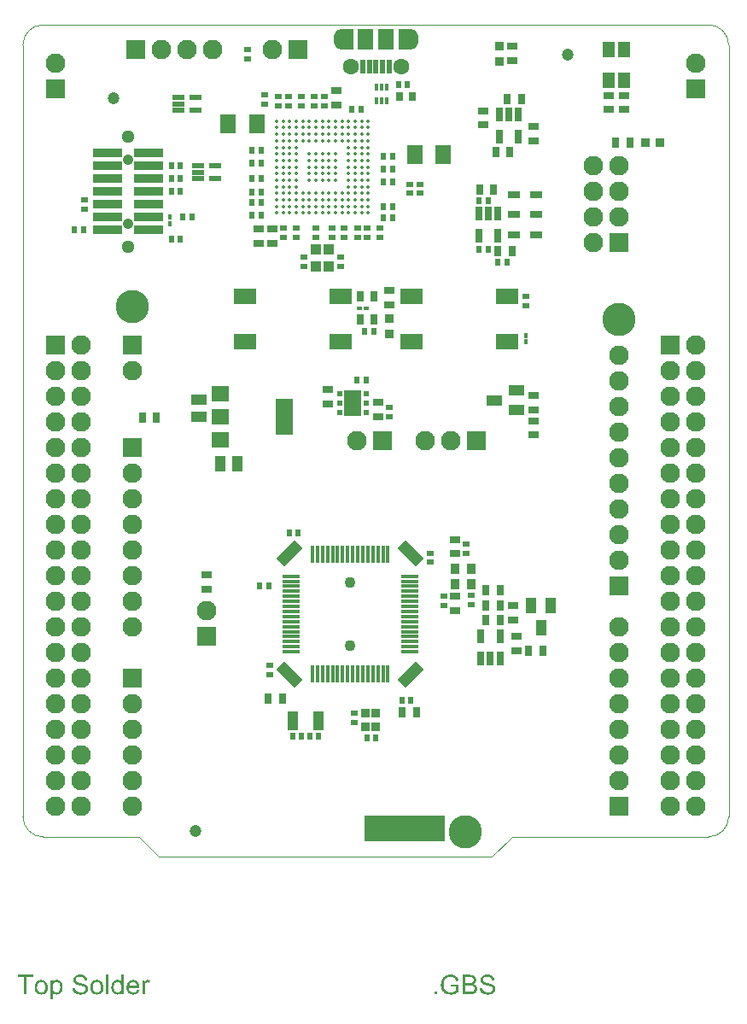
<source format=gts>
G04 Layer_Color=65535*
%FSLAX43Y43*%
%MOMM*%
G71*
G01*
G75*
%ADD66C,0.100*%
%ADD82R,8.000X2.500*%
%ADD83C,1.200*%
%ADD84R,1.100X0.740*%
%ADD85R,0.660X0.610*%
%ADD86R,1.300X0.500*%
%ADD87R,0.430X0.525*%
%ADD88R,0.525X0.430*%
%ADD89R,0.740X1.100*%
%ADD90R,0.740X0.990*%
%ADD91R,0.610X0.660*%
%ADD92R,0.990X0.740*%
%ADD93R,0.900X1.050*%
%ADD94R,0.900X0.900*%
%ADD95R,0.610X0.800*%
%ADD96R,1.500X1.000*%
%ADD97R,0.800X0.610*%
%ADD98R,1.160X0.640*%
%ADD99R,1.100X1.500*%
%ADD100R,1.500X1.880*%
%ADD101R,1.000X1.500*%
%ADD102R,2.890X0.840*%
%ADD103R,0.500X1.450*%
%ADD104R,1.600X2.000*%
%ADD105R,0.850X0.950*%
%ADD106R,1.100X1.900*%
%ADD107R,0.650X0.900*%
%ADD108R,0.350X0.700*%
%ADD109R,0.600X0.550*%
%ADD110R,1.800X2.600*%
%ADD111R,1.800X0.400*%
%ADD112R,0.400X1.800*%
G04:AMPARAMS|DCode=113|XSize=1.1mm|YSize=2.6mm|CornerRadius=0mm|HoleSize=0mm|Usage=FLASHONLY|Rotation=225.000|XOffset=0mm|YOffset=0mm|HoleType=Round|Shape=Rectangle|*
%AMROTATEDRECTD113*
4,1,4,-0.530,1.308,1.308,-0.530,0.530,-1.308,-1.308,0.530,-0.530,1.308,0.0*
%
%ADD113ROTATEDRECTD113*%

G04:AMPARAMS|DCode=114|XSize=1.1mm|YSize=2.6mm|CornerRadius=0mm|HoleSize=0mm|Usage=FLASHONLY|Rotation=135.000|XOffset=0mm|YOffset=0mm|HoleType=Round|Shape=Rectangle|*
%AMROTATEDRECTD114*
4,1,4,1.308,0.530,-0.530,-1.308,-1.308,-0.530,0.530,1.308,1.308,0.530,0.0*
%
%ADD114ROTATEDRECTD114*%

%ADD115R,0.700X1.400*%
%ADD116C,0.350*%
%ADD117R,0.900X0.900*%
%ADD118R,1.200X1.600*%
%ADD119R,1.500X1.100*%
%ADD120R,1.100X1.100*%
%ADD121R,1.750X1.600*%
%ADD122R,1.750X3.600*%
%ADD123R,2.260X1.620*%
%ADD124C,3.300*%
%ADD125C,1.950*%
%ADD126R,1.950X1.950*%
%ADD127R,1.950X1.950*%
%ADD128C,1.290*%
%ADD129C,1.070*%
%ADD130C,1.600*%
%ADD131O,1.300X2.000*%
%ADD132C,1.100*%
G36*
X42466Y-11655D02*
X42488D01*
X42541Y-11661D01*
X42599Y-11669D01*
X42660Y-11683D01*
X42727Y-11700D01*
X42790Y-11722D01*
X42793D01*
X42799Y-11725D01*
X42807Y-11727D01*
X42818Y-11733D01*
X42849Y-11750D01*
X42888Y-11769D01*
X42929Y-11797D01*
X42974Y-11830D01*
X43015Y-11866D01*
X43054Y-11911D01*
X43060Y-11916D01*
X43071Y-11933D01*
X43088Y-11958D01*
X43110Y-11994D01*
X43132Y-12038D01*
X43157Y-12094D01*
X43182Y-12155D01*
X43201Y-12224D01*
X42971Y-12286D01*
Y-12283D01*
X42968Y-12280D01*
X42965Y-12272D01*
X42963Y-12261D01*
X42954Y-12236D01*
X42943Y-12202D01*
X42926Y-12163D01*
X42907Y-12127D01*
X42888Y-12088D01*
X42863Y-12055D01*
X42860Y-12052D01*
X42852Y-12041D01*
X42835Y-12027D01*
X42815Y-12008D01*
X42790Y-11986D01*
X42757Y-11963D01*
X42721Y-11941D01*
X42679Y-11922D01*
X42674Y-11919D01*
X42660Y-11914D01*
X42635Y-11905D01*
X42602Y-11894D01*
X42563Y-11886D01*
X42518Y-11877D01*
X42468Y-11872D01*
X42416Y-11869D01*
X42385D01*
X42371Y-11872D01*
X42355D01*
X42313Y-11875D01*
X42266Y-11883D01*
X42213Y-11891D01*
X42163Y-11905D01*
X42113Y-11925D01*
X42107Y-11927D01*
X42091Y-11933D01*
X42069Y-11947D01*
X42041Y-11961D01*
X42008Y-11983D01*
X41971Y-12005D01*
X41938Y-12033D01*
X41908Y-12063D01*
X41905Y-12066D01*
X41894Y-12077D01*
X41880Y-12097D01*
X41863Y-12119D01*
X41844Y-12147D01*
X41824Y-12180D01*
X41805Y-12216D01*
X41785Y-12255D01*
Y-12258D01*
X41783Y-12263D01*
X41780Y-12272D01*
X41774Y-12286D01*
X41769Y-12302D01*
X41763Y-12322D01*
X41755Y-12344D01*
X41749Y-12369D01*
X41735Y-12427D01*
X41724Y-12494D01*
X41716Y-12563D01*
X41713Y-12641D01*
Y-12644D01*
Y-12652D01*
Y-12666D01*
X41716Y-12683D01*
Y-12705D01*
X41719Y-12732D01*
X41722Y-12760D01*
X41724Y-12791D01*
X41735Y-12860D01*
X41749Y-12932D01*
X41772Y-13005D01*
X41799Y-13074D01*
Y-13077D01*
X41805Y-13082D01*
X41808Y-13091D01*
X41816Y-13102D01*
X41835Y-13132D01*
X41866Y-13171D01*
X41902Y-13213D01*
X41946Y-13254D01*
X41999Y-13293D01*
X42058Y-13329D01*
X42060D01*
X42066Y-13332D01*
X42074Y-13338D01*
X42088Y-13343D01*
X42102Y-13349D01*
X42121Y-13354D01*
X42166Y-13371D01*
X42221Y-13385D01*
X42282Y-13399D01*
X42349Y-13410D01*
X42418Y-13413D01*
X42446D01*
X42463Y-13410D01*
X42480D01*
X42521Y-13404D01*
X42571Y-13399D01*
X42624Y-13388D01*
X42682Y-13371D01*
X42740Y-13352D01*
X42743D01*
X42749Y-13349D01*
X42754Y-13346D01*
X42765Y-13340D01*
X42796Y-13327D01*
X42829Y-13310D01*
X42868Y-13291D01*
X42910Y-13268D01*
X42949Y-13243D01*
X42982Y-13216D01*
Y-12855D01*
X42416D01*
Y-12627D01*
X43232D01*
Y-13340D01*
X43229Y-13343D01*
X43224Y-13346D01*
X43212Y-13354D01*
X43199Y-13365D01*
X43182Y-13377D01*
X43162Y-13390D01*
X43137Y-13407D01*
X43112Y-13424D01*
X43054Y-13460D01*
X42988Y-13499D01*
X42918Y-13535D01*
X42843Y-13565D01*
X42840D01*
X42835Y-13568D01*
X42824Y-13571D01*
X42810Y-13576D01*
X42790Y-13582D01*
X42768Y-13590D01*
X42743Y-13596D01*
X42718Y-13601D01*
X42657Y-13615D01*
X42588Y-13629D01*
X42513Y-13638D01*
X42435Y-13640D01*
X42407D01*
X42388Y-13638D01*
X42363D01*
X42332Y-13635D01*
X42299Y-13629D01*
X42263Y-13626D01*
X42182Y-13610D01*
X42096Y-13590D01*
X42008Y-13560D01*
X41963Y-13543D01*
X41919Y-13521D01*
X41916Y-13518D01*
X41908Y-13515D01*
X41896Y-13507D01*
X41880Y-13499D01*
X41860Y-13485D01*
X41841Y-13471D01*
X41788Y-13432D01*
X41733Y-13382D01*
X41674Y-13321D01*
X41619Y-13252D01*
X41569Y-13171D01*
Y-13168D01*
X41563Y-13160D01*
X41558Y-13149D01*
X41549Y-13129D01*
X41541Y-13110D01*
X41533Y-13082D01*
X41522Y-13055D01*
X41511Y-13021D01*
X41500Y-12985D01*
X41488Y-12943D01*
X41480Y-12902D01*
X41472Y-12857D01*
X41458Y-12760D01*
X41452Y-12658D01*
Y-12655D01*
Y-12644D01*
Y-12630D01*
X41455Y-12610D01*
Y-12585D01*
X41458Y-12555D01*
X41463Y-12524D01*
X41466Y-12488D01*
X41475Y-12449D01*
X41480Y-12408D01*
X41502Y-12319D01*
X41530Y-12227D01*
X41569Y-12136D01*
X41572Y-12133D01*
X41574Y-12125D01*
X41580Y-12113D01*
X41591Y-12097D01*
X41602Y-12075D01*
X41616Y-12052D01*
X41655Y-12000D01*
X41702Y-11938D01*
X41760Y-11880D01*
X41827Y-11822D01*
X41866Y-11797D01*
X41905Y-11772D01*
X41908Y-11769D01*
X41916Y-11766D01*
X41927Y-11761D01*
X41944Y-11752D01*
X41966Y-11744D01*
X41991Y-11733D01*
X42019Y-11722D01*
X42052Y-11711D01*
X42088Y-11700D01*
X42127Y-11691D01*
X42169Y-11680D01*
X42213Y-11672D01*
X42310Y-11658D01*
X42360Y-11653D01*
X42449D01*
X42466Y-11655D01*
D02*
G37*
G36*
X1860Y-12186D02*
X1885Y-12188D01*
X1912Y-12194D01*
X1943Y-12199D01*
X1979Y-12205D01*
X2054Y-12230D01*
X2093Y-12244D01*
X2132Y-12263D01*
X2171Y-12283D01*
X2209Y-12311D01*
X2245Y-12338D01*
X2282Y-12372D01*
X2284Y-12374D01*
X2290Y-12380D01*
X2298Y-12391D01*
X2309Y-12405D01*
X2323Y-12424D01*
X2340Y-12449D01*
X2356Y-12477D01*
X2373Y-12508D01*
X2390Y-12541D01*
X2406Y-12583D01*
X2423Y-12624D01*
X2437Y-12671D01*
X2448Y-12721D01*
X2456Y-12774D01*
X2462Y-12830D01*
X2465Y-12891D01*
Y-12894D01*
Y-12902D01*
Y-12916D01*
Y-12935D01*
X2462Y-12957D01*
X2459Y-12985D01*
Y-13013D01*
X2454Y-13043D01*
X2445Y-13113D01*
X2429Y-13182D01*
X2409Y-13252D01*
X2381Y-13316D01*
Y-13318D01*
X2379Y-13321D01*
X2373Y-13329D01*
X2368Y-13340D01*
X2348Y-13368D01*
X2323Y-13402D01*
X2290Y-13440D01*
X2248Y-13479D01*
X2201Y-13518D01*
X2146Y-13554D01*
X2143D01*
X2140Y-13557D01*
X2132Y-13563D01*
X2118Y-13568D01*
X2104Y-13574D01*
X2087Y-13579D01*
X2046Y-13596D01*
X1998Y-13610D01*
X1940Y-13624D01*
X1879Y-13635D01*
X1812Y-13638D01*
X1785D01*
X1762Y-13635D01*
X1737Y-13632D01*
X1710Y-13626D01*
X1676Y-13621D01*
X1643Y-13615D01*
X1568Y-13593D01*
X1526Y-13576D01*
X1488Y-13560D01*
X1449Y-13538D01*
X1410Y-13513D01*
X1374Y-13485D01*
X1338Y-13452D01*
X1335Y-13449D01*
X1329Y-13443D01*
X1321Y-13432D01*
X1310Y-13415D01*
X1296Y-13396D01*
X1282Y-13374D01*
X1265Y-13346D01*
X1249Y-13313D01*
X1232Y-13277D01*
X1215Y-13235D01*
X1202Y-13191D01*
X1188Y-13143D01*
X1177Y-13091D01*
X1168Y-13035D01*
X1163Y-12974D01*
X1160Y-12910D01*
Y-12905D01*
Y-12894D01*
X1163Y-12874D01*
Y-12846D01*
X1166Y-12816D01*
X1171Y-12777D01*
X1177Y-12738D01*
X1188Y-12694D01*
X1199Y-12649D01*
X1213Y-12602D01*
X1229Y-12552D01*
X1252Y-12505D01*
X1274Y-12460D01*
X1304Y-12416D01*
X1335Y-12374D01*
X1374Y-12338D01*
X1377Y-12335D01*
X1382Y-12333D01*
X1393Y-12324D01*
X1407Y-12313D01*
X1424Y-12302D01*
X1446Y-12288D01*
X1468Y-12274D01*
X1496Y-12261D01*
X1526Y-12247D01*
X1560Y-12233D01*
X1635Y-12208D01*
X1721Y-12188D01*
X1765Y-12186D01*
X1812Y-12183D01*
X1840D01*
X1860Y-12186D01*
D02*
G37*
G36*
X46114Y-11655D02*
X46133D01*
X46186Y-11661D01*
X46244Y-11669D01*
X46305Y-11683D01*
X46372Y-11700D01*
X46433Y-11722D01*
X46436D01*
X46441Y-11725D01*
X46450Y-11730D01*
X46461Y-11736D01*
X46488Y-11750D01*
X46524Y-11775D01*
X46566Y-11802D01*
X46608Y-11839D01*
X46647Y-11880D01*
X46683Y-11927D01*
Y-11930D01*
X46685Y-11933D01*
X46691Y-11941D01*
X46697Y-11950D01*
X46710Y-11977D01*
X46727Y-12013D01*
X46747Y-12058D01*
X46760Y-12111D01*
X46774Y-12166D01*
X46780Y-12227D01*
X46536Y-12247D01*
Y-12244D01*
Y-12238D01*
X46533Y-12230D01*
X46530Y-12216D01*
X46522Y-12186D01*
X46511Y-12144D01*
X46494Y-12100D01*
X46469Y-12055D01*
X46438Y-12013D01*
X46400Y-11975D01*
X46394Y-11972D01*
X46380Y-11961D01*
X46352Y-11944D01*
X46316Y-11927D01*
X46269Y-11911D01*
X46214Y-11894D01*
X46144Y-11883D01*
X46066Y-11880D01*
X46028D01*
X46011Y-11883D01*
X45989Y-11886D01*
X45939Y-11891D01*
X45883Y-11902D01*
X45828Y-11916D01*
X45775Y-11938D01*
X45753Y-11952D01*
X45730Y-11966D01*
X45725Y-11969D01*
X45714Y-11980D01*
X45697Y-12000D01*
X45680Y-12022D01*
X45661Y-12052D01*
X45644Y-12086D01*
X45633Y-12125D01*
X45628Y-12169D01*
Y-12174D01*
Y-12186D01*
X45631Y-12205D01*
X45636Y-12227D01*
X45644Y-12255D01*
X45658Y-12283D01*
X45675Y-12311D01*
X45700Y-12338D01*
X45703Y-12341D01*
X45717Y-12349D01*
X45728Y-12358D01*
X45739Y-12363D01*
X45755Y-12372D01*
X45775Y-12383D01*
X45800Y-12391D01*
X45828Y-12402D01*
X45858Y-12413D01*
X45894Y-12427D01*
X45933Y-12438D01*
X45978Y-12452D01*
X46028Y-12463D01*
X46083Y-12477D01*
X46086D01*
X46097Y-12480D01*
X46114Y-12483D01*
X46133Y-12488D01*
X46158Y-12494D01*
X46189Y-12502D01*
X46219Y-12510D01*
X46252Y-12519D01*
X46325Y-12538D01*
X46394Y-12558D01*
X46427Y-12569D01*
X46458Y-12580D01*
X46486Y-12588D01*
X46508Y-12599D01*
X46511D01*
X46516Y-12602D01*
X46524Y-12608D01*
X46536Y-12613D01*
X46566Y-12630D01*
X46602Y-12652D01*
X46644Y-12683D01*
X46685Y-12716D01*
X46724Y-12755D01*
X46758Y-12796D01*
X46760Y-12802D01*
X46772Y-12816D01*
X46783Y-12841D01*
X46799Y-12874D01*
X46813Y-12913D01*
X46827Y-12960D01*
X46835Y-13013D01*
X46838Y-13068D01*
Y-13071D01*
Y-13074D01*
Y-13082D01*
Y-13093D01*
X46833Y-13124D01*
X46827Y-13163D01*
X46816Y-13207D01*
X46802Y-13254D01*
X46780Y-13304D01*
X46749Y-13357D01*
Y-13360D01*
X46747Y-13363D01*
X46733Y-13379D01*
X46713Y-13404D01*
X46685Y-13432D01*
X46649Y-13465D01*
X46605Y-13502D01*
X46555Y-13535D01*
X46497Y-13565D01*
X46494D01*
X46488Y-13568D01*
X46480Y-13571D01*
X46469Y-13576D01*
X46452Y-13582D01*
X46433Y-13590D01*
X46388Y-13601D01*
X46336Y-13615D01*
X46272Y-13629D01*
X46202Y-13638D01*
X46127Y-13640D01*
X46083D01*
X46061Y-13638D01*
X46036D01*
X46008Y-13635D01*
X45975Y-13632D01*
X45905Y-13621D01*
X45833Y-13610D01*
X45761Y-13590D01*
X45692Y-13565D01*
X45689D01*
X45683Y-13563D01*
X45675Y-13557D01*
X45664Y-13551D01*
X45631Y-13535D01*
X45592Y-13510D01*
X45547Y-13477D01*
X45500Y-13438D01*
X45456Y-13390D01*
X45414Y-13338D01*
Y-13335D01*
X45408Y-13329D01*
X45406Y-13321D01*
X45397Y-13310D01*
X45392Y-13296D01*
X45383Y-13279D01*
X45364Y-13238D01*
X45345Y-13185D01*
X45328Y-13127D01*
X45317Y-13060D01*
X45311Y-12991D01*
X45550Y-12968D01*
Y-12971D01*
Y-12974D01*
X45553Y-12982D01*
Y-12993D01*
X45558Y-13018D01*
X45567Y-13055D01*
X45578Y-13091D01*
X45589Y-13132D01*
X45608Y-13171D01*
X45628Y-13207D01*
X45631Y-13210D01*
X45639Y-13221D01*
X45653Y-13241D01*
X45675Y-13260D01*
X45703Y-13285D01*
X45733Y-13310D01*
X45775Y-13335D01*
X45819Y-13357D01*
X45822D01*
X45825Y-13360D01*
X45833Y-13363D01*
X45842Y-13365D01*
X45869Y-13374D01*
X45905Y-13385D01*
X45950Y-13396D01*
X46000Y-13404D01*
X46055Y-13410D01*
X46116Y-13413D01*
X46141D01*
X46169Y-13410D01*
X46202Y-13407D01*
X46241Y-13402D01*
X46286Y-13396D01*
X46330Y-13385D01*
X46372Y-13371D01*
X46377Y-13368D01*
X46391Y-13363D01*
X46411Y-13352D01*
X46436Y-13340D01*
X46461Y-13321D01*
X46488Y-13302D01*
X46516Y-13279D01*
X46538Y-13252D01*
X46541Y-13249D01*
X46547Y-13238D01*
X46555Y-13224D01*
X46566Y-13202D01*
X46577Y-13179D01*
X46586Y-13152D01*
X46591Y-13121D01*
X46594Y-13088D01*
Y-13085D01*
Y-13071D01*
X46591Y-13055D01*
X46588Y-13032D01*
X46580Y-13010D01*
X46572Y-12982D01*
X46558Y-12955D01*
X46538Y-12930D01*
X46536Y-12927D01*
X46527Y-12918D01*
X46516Y-12907D01*
X46497Y-12891D01*
X46474Y-12874D01*
X46444Y-12855D01*
X46408Y-12835D01*
X46366Y-12819D01*
X46363Y-12816D01*
X46350Y-12813D01*
X46327Y-12805D01*
X46313Y-12802D01*
X46294Y-12796D01*
X46275Y-12788D01*
X46250Y-12782D01*
X46222Y-12774D01*
X46189Y-12766D01*
X46155Y-12757D01*
X46116Y-12746D01*
X46072Y-12735D01*
X46025Y-12724D01*
X46022D01*
X46014Y-12721D01*
X46000Y-12719D01*
X45983Y-12713D01*
X45961Y-12708D01*
X45936Y-12702D01*
X45880Y-12685D01*
X45819Y-12666D01*
X45755Y-12646D01*
X45700Y-12627D01*
X45675Y-12616D01*
X45653Y-12605D01*
X45650D01*
X45647Y-12602D01*
X45631Y-12591D01*
X45606Y-12577D01*
X45578Y-12555D01*
X45544Y-12530D01*
X45511Y-12499D01*
X45478Y-12463D01*
X45450Y-12424D01*
X45447Y-12419D01*
X45439Y-12405D01*
X45428Y-12383D01*
X45417Y-12355D01*
X45406Y-12319D01*
X45395Y-12277D01*
X45386Y-12233D01*
X45383Y-12186D01*
Y-12183D01*
Y-12180D01*
Y-12172D01*
Y-12161D01*
X45389Y-12133D01*
X45395Y-12097D01*
X45403Y-12055D01*
X45417Y-12008D01*
X45436Y-11961D01*
X45464Y-11914D01*
Y-11911D01*
X45467Y-11908D01*
X45481Y-11891D01*
X45500Y-11869D01*
X45525Y-11841D01*
X45558Y-11811D01*
X45600Y-11777D01*
X45650Y-11747D01*
X45705Y-11719D01*
X45708D01*
X45714Y-11716D01*
X45722Y-11714D01*
X45733Y-11708D01*
X45747Y-11703D01*
X45767Y-11697D01*
X45808Y-11686D01*
X45861Y-11675D01*
X45922Y-11664D01*
X45986Y-11655D01*
X46058Y-11653D01*
X46094D01*
X46114Y-11655D01*
D02*
G37*
G36*
X8498Y-13607D02*
X8262D01*
Y-11686D01*
X8498D01*
Y-13607D01*
D02*
G37*
G36*
X7384Y-12186D02*
X7409Y-12188D01*
X7437Y-12194D01*
X7468Y-12199D01*
X7504Y-12205D01*
X7579Y-12230D01*
X7617Y-12244D01*
X7656Y-12263D01*
X7695Y-12283D01*
X7734Y-12311D01*
X7770Y-12338D01*
X7806Y-12372D01*
X7809Y-12374D01*
X7815Y-12380D01*
X7823Y-12391D01*
X7834Y-12405D01*
X7848Y-12424D01*
X7865Y-12449D01*
X7881Y-12477D01*
X7898Y-12508D01*
X7915Y-12541D01*
X7931Y-12583D01*
X7948Y-12624D01*
X7962Y-12671D01*
X7973Y-12721D01*
X7981Y-12774D01*
X7987Y-12830D01*
X7989Y-12891D01*
Y-12894D01*
Y-12902D01*
Y-12916D01*
Y-12935D01*
X7987Y-12957D01*
X7984Y-12985D01*
Y-13013D01*
X7978Y-13043D01*
X7970Y-13113D01*
X7953Y-13182D01*
X7934Y-13252D01*
X7906Y-13316D01*
Y-13318D01*
X7903Y-13321D01*
X7898Y-13329D01*
X7892Y-13340D01*
X7873Y-13368D01*
X7848Y-13402D01*
X7815Y-13440D01*
X7773Y-13479D01*
X7726Y-13518D01*
X7670Y-13554D01*
X7667D01*
X7665Y-13557D01*
X7656Y-13563D01*
X7642Y-13568D01*
X7629Y-13574D01*
X7612Y-13579D01*
X7570Y-13596D01*
X7523Y-13610D01*
X7465Y-13624D01*
X7404Y-13635D01*
X7337Y-13638D01*
X7309D01*
X7287Y-13635D01*
X7262Y-13632D01*
X7234Y-13626D01*
X7201Y-13621D01*
X7168Y-13615D01*
X7093Y-13593D01*
X7051Y-13576D01*
X7012Y-13560D01*
X6973Y-13538D01*
X6934Y-13513D01*
X6898Y-13485D01*
X6862Y-13452D01*
X6860Y-13449D01*
X6854Y-13443D01*
X6846Y-13432D01*
X6835Y-13415D01*
X6821Y-13396D01*
X6807Y-13374D01*
X6790Y-13346D01*
X6773Y-13313D01*
X6757Y-13277D01*
X6740Y-13235D01*
X6726Y-13191D01*
X6712Y-13143D01*
X6701Y-13091D01*
X6693Y-13035D01*
X6687Y-12974D01*
X6685Y-12910D01*
Y-12905D01*
Y-12894D01*
X6687Y-12874D01*
Y-12846D01*
X6690Y-12816D01*
X6696Y-12777D01*
X6701Y-12738D01*
X6712Y-12694D01*
X6723Y-12649D01*
X6737Y-12602D01*
X6754Y-12552D01*
X6776Y-12505D01*
X6798Y-12460D01*
X6829Y-12416D01*
X6860Y-12374D01*
X6898Y-12338D01*
X6901Y-12335D01*
X6907Y-12333D01*
X6918Y-12324D01*
X6932Y-12313D01*
X6948Y-12302D01*
X6971Y-12288D01*
X6993Y-12274D01*
X7021Y-12261D01*
X7051Y-12247D01*
X7084Y-12233D01*
X7159Y-12208D01*
X7245Y-12188D01*
X7290Y-12186D01*
X7337Y-12183D01*
X7365D01*
X7384Y-12186D01*
D02*
G37*
G36*
X10974D02*
X10996Y-12188D01*
X11024Y-12194D01*
X11054Y-12199D01*
X11090Y-12208D01*
X11124Y-12216D01*
X11163Y-12230D01*
X11199Y-12244D01*
X11238Y-12263D01*
X11276Y-12286D01*
X11315Y-12311D01*
X11351Y-12341D01*
X11385Y-12374D01*
X11388Y-12377D01*
X11393Y-12383D01*
X11401Y-12394D01*
X11413Y-12410D01*
X11426Y-12430D01*
X11440Y-12452D01*
X11457Y-12480D01*
X11474Y-12513D01*
X11490Y-12549D01*
X11507Y-12588D01*
X11521Y-12633D01*
X11535Y-12680D01*
X11546Y-12732D01*
X11554Y-12788D01*
X11560Y-12846D01*
X11562Y-12910D01*
Y-12913D01*
Y-12924D01*
Y-12943D01*
X11560Y-12971D01*
X10519D01*
Y-12974D01*
Y-12982D01*
X10521Y-12993D01*
Y-13010D01*
X10524Y-13030D01*
X10530Y-13052D01*
X10538Y-13102D01*
X10555Y-13157D01*
X10577Y-13218D01*
X10607Y-13274D01*
X10646Y-13324D01*
X10649D01*
X10652Y-13329D01*
X10669Y-13343D01*
X10693Y-13363D01*
X10727Y-13382D01*
X10771Y-13404D01*
X10821Y-13424D01*
X10877Y-13438D01*
X10907Y-13440D01*
X10941Y-13443D01*
X10963D01*
X10988Y-13440D01*
X11018Y-13435D01*
X11052Y-13427D01*
X11090Y-13415D01*
X11127Y-13399D01*
X11163Y-13377D01*
X11165Y-13374D01*
X11179Y-13363D01*
X11196Y-13346D01*
X11215Y-13324D01*
X11238Y-13293D01*
X11263Y-13254D01*
X11288Y-13210D01*
X11310Y-13157D01*
X11554Y-13188D01*
Y-13191D01*
X11551Y-13196D01*
X11549Y-13207D01*
X11543Y-13224D01*
X11535Y-13241D01*
X11526Y-13263D01*
X11504Y-13310D01*
X11476Y-13363D01*
X11438Y-13418D01*
X11393Y-13471D01*
X11338Y-13521D01*
X11335D01*
X11329Y-13526D01*
X11321Y-13532D01*
X11310Y-13540D01*
X11293Y-13549D01*
X11276Y-13557D01*
X11254Y-13568D01*
X11229Y-13579D01*
X11202Y-13590D01*
X11174Y-13601D01*
X11104Y-13618D01*
X11027Y-13632D01*
X10941Y-13638D01*
X10910D01*
X10891Y-13635D01*
X10866Y-13632D01*
X10835Y-13626D01*
X10802Y-13621D01*
X10766Y-13615D01*
X10688Y-13593D01*
X10646Y-13576D01*
X10607Y-13560D01*
X10566Y-13538D01*
X10527Y-13513D01*
X10491Y-13485D01*
X10455Y-13452D01*
X10452Y-13449D01*
X10446Y-13443D01*
X10438Y-13432D01*
X10427Y-13415D01*
X10413Y-13396D01*
X10399Y-13374D01*
X10383Y-13346D01*
X10366Y-13316D01*
X10349Y-13279D01*
X10333Y-13241D01*
X10319Y-13196D01*
X10305Y-13149D01*
X10294Y-13099D01*
X10285Y-13043D01*
X10280Y-12985D01*
X10277Y-12924D01*
Y-12921D01*
Y-12907D01*
Y-12891D01*
X10280Y-12866D01*
X10283Y-12835D01*
X10285Y-12802D01*
X10291Y-12763D01*
X10299Y-12724D01*
X10321Y-12635D01*
X10335Y-12591D01*
X10352Y-12544D01*
X10374Y-12499D01*
X10399Y-12458D01*
X10427Y-12416D01*
X10458Y-12377D01*
X10460Y-12374D01*
X10466Y-12369D01*
X10477Y-12360D01*
X10491Y-12347D01*
X10507Y-12333D01*
X10530Y-12316D01*
X10555Y-12297D01*
X10585Y-12280D01*
X10616Y-12261D01*
X10652Y-12244D01*
X10691Y-12227D01*
X10732Y-12213D01*
X10777Y-12199D01*
X10824Y-12191D01*
X10874Y-12186D01*
X10927Y-12183D01*
X10954D01*
X10974Y-12186D01*
D02*
G37*
G36*
X1016Y-11914D02*
X383D01*
Y-13607D01*
X127D01*
Y-11914D01*
X-506D01*
Y-11686D01*
X1016D01*
Y-11914D01*
D02*
G37*
G36*
X44370Y-11689D02*
X44392D01*
X44442Y-11694D01*
X44498Y-11700D01*
X44556Y-11711D01*
X44614Y-11725D01*
X44667Y-11744D01*
X44670D01*
X44673Y-11747D01*
X44689Y-11755D01*
X44714Y-11769D01*
X44742Y-11789D01*
X44775Y-11814D01*
X44812Y-11844D01*
X44845Y-11883D01*
X44875Y-11925D01*
X44878Y-11930D01*
X44886Y-11947D01*
X44900Y-11969D01*
X44914Y-12002D01*
X44928Y-12041D01*
X44942Y-12083D01*
X44950Y-12130D01*
X44953Y-12177D01*
Y-12183D01*
Y-12197D01*
X44950Y-12222D01*
X44945Y-12252D01*
X44936Y-12288D01*
X44923Y-12327D01*
X44906Y-12366D01*
X44884Y-12408D01*
X44881Y-12413D01*
X44873Y-12424D01*
X44856Y-12447D01*
X44834Y-12469D01*
X44806Y-12497D01*
X44773Y-12527D01*
X44731Y-12555D01*
X44684Y-12583D01*
X44687D01*
X44692Y-12585D01*
X44700Y-12588D01*
X44712Y-12594D01*
X44745Y-12605D01*
X44784Y-12624D01*
X44825Y-12649D01*
X44873Y-12680D01*
X44914Y-12716D01*
X44953Y-12760D01*
X44956Y-12766D01*
X44967Y-12782D01*
X44984Y-12807D01*
X45000Y-12841D01*
X45017Y-12885D01*
X45034Y-12932D01*
X45045Y-12988D01*
X45048Y-13049D01*
Y-13052D01*
Y-13055D01*
Y-13071D01*
X45045Y-13099D01*
X45039Y-13132D01*
X45034Y-13171D01*
X45023Y-13213D01*
X45009Y-13257D01*
X44989Y-13302D01*
X44986Y-13307D01*
X44978Y-13321D01*
X44967Y-13340D01*
X44950Y-13368D01*
X44928Y-13396D01*
X44906Y-13427D01*
X44878Y-13457D01*
X44848Y-13482D01*
X44845Y-13485D01*
X44834Y-13493D01*
X44814Y-13504D01*
X44789Y-13515D01*
X44759Y-13532D01*
X44723Y-13549D01*
X44684Y-13563D01*
X44637Y-13576D01*
X44631D01*
X44614Y-13582D01*
X44587Y-13585D01*
X44551Y-13590D01*
X44506Y-13596D01*
X44453Y-13601D01*
X44395Y-13604D01*
X44328Y-13607D01*
X43596D01*
Y-11686D01*
X44351D01*
X44370Y-11689D01*
D02*
G37*
G36*
X5730Y-11655D02*
X5749D01*
X5802Y-11661D01*
X5860Y-11669D01*
X5921Y-11683D01*
X5988Y-11700D01*
X6049Y-11722D01*
X6052D01*
X6057Y-11725D01*
X6066Y-11730D01*
X6077Y-11736D01*
X6104Y-11750D01*
X6140Y-11775D01*
X6182Y-11802D01*
X6224Y-11839D01*
X6263Y-11880D01*
X6299Y-11927D01*
Y-11930D01*
X6302Y-11933D01*
X6307Y-11941D01*
X6313Y-11950D01*
X6326Y-11977D01*
X6343Y-12013D01*
X6363Y-12058D01*
X6376Y-12111D01*
X6390Y-12166D01*
X6396Y-12227D01*
X6152Y-12247D01*
Y-12244D01*
Y-12238D01*
X6149Y-12230D01*
X6146Y-12216D01*
X6138Y-12186D01*
X6127Y-12144D01*
X6110Y-12100D01*
X6085Y-12055D01*
X6054Y-12013D01*
X6016Y-11975D01*
X6010Y-11972D01*
X5996Y-11961D01*
X5968Y-11944D01*
X5932Y-11927D01*
X5885Y-11911D01*
X5830Y-11894D01*
X5760Y-11883D01*
X5682Y-11880D01*
X5644D01*
X5627Y-11883D01*
X5605Y-11886D01*
X5555Y-11891D01*
X5499Y-11902D01*
X5444Y-11916D01*
X5391Y-11938D01*
X5369Y-11952D01*
X5346Y-11966D01*
X5341Y-11969D01*
X5330Y-11980D01*
X5313Y-12000D01*
X5297Y-12022D01*
X5277Y-12052D01*
X5260Y-12086D01*
X5249Y-12125D01*
X5244Y-12169D01*
Y-12174D01*
Y-12186D01*
X5247Y-12205D01*
X5252Y-12227D01*
X5260Y-12255D01*
X5274Y-12283D01*
X5291Y-12311D01*
X5316Y-12338D01*
X5319Y-12341D01*
X5333Y-12349D01*
X5344Y-12358D01*
X5355Y-12363D01*
X5371Y-12372D01*
X5391Y-12383D01*
X5416Y-12391D01*
X5444Y-12402D01*
X5474Y-12413D01*
X5510Y-12427D01*
X5549Y-12438D01*
X5594Y-12452D01*
X5644Y-12463D01*
X5699Y-12477D01*
X5702D01*
X5713Y-12480D01*
X5730Y-12483D01*
X5749Y-12488D01*
X5774Y-12494D01*
X5805Y-12502D01*
X5835Y-12510D01*
X5868Y-12519D01*
X5941Y-12538D01*
X6010Y-12558D01*
X6043Y-12569D01*
X6074Y-12580D01*
X6102Y-12588D01*
X6124Y-12599D01*
X6127D01*
X6132Y-12602D01*
X6140Y-12608D01*
X6152Y-12613D01*
X6182Y-12630D01*
X6218Y-12652D01*
X6260Y-12683D01*
X6302Y-12716D01*
X6340Y-12755D01*
X6374Y-12796D01*
X6376Y-12802D01*
X6388Y-12816D01*
X6399Y-12841D01*
X6415Y-12874D01*
X6429Y-12913D01*
X6443Y-12960D01*
X6451Y-13013D01*
X6454Y-13068D01*
Y-13071D01*
Y-13074D01*
Y-13082D01*
Y-13093D01*
X6449Y-13124D01*
X6443Y-13163D01*
X6432Y-13207D01*
X6418Y-13254D01*
X6396Y-13304D01*
X6365Y-13357D01*
Y-13360D01*
X6363Y-13363D01*
X6349Y-13379D01*
X6329Y-13404D01*
X6302Y-13432D01*
X6265Y-13465D01*
X6221Y-13502D01*
X6171Y-13535D01*
X6113Y-13565D01*
X6110D01*
X6104Y-13568D01*
X6096Y-13571D01*
X6085Y-13576D01*
X6068Y-13582D01*
X6049Y-13590D01*
X6004Y-13601D01*
X5952Y-13615D01*
X5888Y-13629D01*
X5818Y-13638D01*
X5743Y-13640D01*
X5699D01*
X5677Y-13638D01*
X5652D01*
X5624Y-13635D01*
X5591Y-13632D01*
X5521Y-13621D01*
X5449Y-13610D01*
X5377Y-13590D01*
X5308Y-13565D01*
X5305D01*
X5299Y-13563D01*
X5291Y-13557D01*
X5280Y-13551D01*
X5247Y-13535D01*
X5208Y-13510D01*
X5163Y-13477D01*
X5116Y-13438D01*
X5072Y-13390D01*
X5030Y-13338D01*
Y-13335D01*
X5024Y-13329D01*
X5022Y-13321D01*
X5013Y-13310D01*
X5008Y-13296D01*
X4999Y-13279D01*
X4980Y-13238D01*
X4961Y-13185D01*
X4944Y-13127D01*
X4933Y-13060D01*
X4927Y-12991D01*
X5166Y-12968D01*
Y-12971D01*
Y-12974D01*
X5169Y-12982D01*
Y-12993D01*
X5174Y-13018D01*
X5183Y-13055D01*
X5194Y-13091D01*
X5205Y-13132D01*
X5224Y-13171D01*
X5244Y-13207D01*
X5247Y-13210D01*
X5255Y-13221D01*
X5269Y-13241D01*
X5291Y-13260D01*
X5319Y-13285D01*
X5349Y-13310D01*
X5391Y-13335D01*
X5435Y-13357D01*
X5438D01*
X5441Y-13360D01*
X5449Y-13363D01*
X5458Y-13365D01*
X5485Y-13374D01*
X5521Y-13385D01*
X5566Y-13396D01*
X5616Y-13404D01*
X5671Y-13410D01*
X5732Y-13413D01*
X5757D01*
X5785Y-13410D01*
X5818Y-13407D01*
X5857Y-13402D01*
X5902Y-13396D01*
X5946Y-13385D01*
X5988Y-13371D01*
X5993Y-13368D01*
X6007Y-13363D01*
X6027Y-13352D01*
X6052Y-13340D01*
X6077Y-13321D01*
X6104Y-13302D01*
X6132Y-13279D01*
X6154Y-13252D01*
X6157Y-13249D01*
X6163Y-13238D01*
X6171Y-13224D01*
X6182Y-13202D01*
X6193Y-13179D01*
X6202Y-13152D01*
X6207Y-13121D01*
X6210Y-13088D01*
Y-13085D01*
Y-13071D01*
X6207Y-13055D01*
X6204Y-13032D01*
X6196Y-13010D01*
X6188Y-12982D01*
X6174Y-12955D01*
X6154Y-12930D01*
X6152Y-12927D01*
X6143Y-12918D01*
X6132Y-12907D01*
X6113Y-12891D01*
X6091Y-12874D01*
X6060Y-12855D01*
X6024Y-12835D01*
X5982Y-12819D01*
X5979Y-12816D01*
X5966Y-12813D01*
X5943Y-12805D01*
X5930Y-12802D01*
X5910Y-12796D01*
X5891Y-12788D01*
X5866Y-12782D01*
X5838Y-12774D01*
X5805Y-12766D01*
X5771Y-12757D01*
X5732Y-12746D01*
X5688Y-12735D01*
X5641Y-12724D01*
X5638D01*
X5630Y-12721D01*
X5616Y-12719D01*
X5599Y-12713D01*
X5577Y-12708D01*
X5552Y-12702D01*
X5496Y-12685D01*
X5435Y-12666D01*
X5371Y-12646D01*
X5316Y-12627D01*
X5291Y-12616D01*
X5269Y-12605D01*
X5266D01*
X5263Y-12602D01*
X5247Y-12591D01*
X5222Y-12577D01*
X5194Y-12555D01*
X5160Y-12530D01*
X5127Y-12499D01*
X5094Y-12463D01*
X5066Y-12424D01*
X5063Y-12419D01*
X5055Y-12405D01*
X5044Y-12383D01*
X5033Y-12355D01*
X5022Y-12319D01*
X5011Y-12277D01*
X5002Y-12233D01*
X4999Y-12186D01*
Y-12183D01*
Y-12180D01*
Y-12172D01*
Y-12161D01*
X5005Y-12133D01*
X5011Y-12097D01*
X5019Y-12055D01*
X5033Y-12008D01*
X5052Y-11961D01*
X5080Y-11914D01*
Y-11911D01*
X5083Y-11908D01*
X5097Y-11891D01*
X5116Y-11869D01*
X5141Y-11841D01*
X5174Y-11811D01*
X5216Y-11777D01*
X5266Y-11747D01*
X5322Y-11719D01*
X5324D01*
X5330Y-11716D01*
X5338Y-11714D01*
X5349Y-11708D01*
X5363Y-11703D01*
X5383Y-11697D01*
X5424Y-11686D01*
X5477Y-11675D01*
X5538Y-11664D01*
X5602Y-11655D01*
X5674Y-11653D01*
X5710D01*
X5730Y-11655D01*
D02*
G37*
G36*
X32750Y80050D02*
X31500D01*
Y82050D01*
X32750D01*
Y80050D01*
D02*
G37*
G36*
X38500D02*
X37250D01*
Y82050D01*
X38500D01*
Y80050D01*
D02*
G37*
G36*
X9983Y-13607D02*
X9763D01*
Y-13432D01*
X9761Y-13435D01*
X9758Y-13440D01*
X9750Y-13452D01*
X9738Y-13465D01*
X9725Y-13479D01*
X9708Y-13496D01*
X9689Y-13515D01*
X9664Y-13535D01*
X9639Y-13554D01*
X9611Y-13574D01*
X9577Y-13590D01*
X9541Y-13604D01*
X9505Y-13618D01*
X9464Y-13629D01*
X9419Y-13635D01*
X9372Y-13638D01*
X9355D01*
X9344Y-13635D01*
X9311Y-13632D01*
X9272Y-13626D01*
X9225Y-13615D01*
X9172Y-13599D01*
X9119Y-13576D01*
X9067Y-13546D01*
X9064D01*
X9061Y-13540D01*
X9044Y-13529D01*
X9019Y-13507D01*
X8989Y-13479D01*
X8953Y-13443D01*
X8917Y-13399D01*
X8881Y-13349D01*
X8850Y-13291D01*
Y-13288D01*
X8847Y-13282D01*
X8845Y-13274D01*
X8839Y-13263D01*
X8833Y-13246D01*
X8825Y-13227D01*
X8820Y-13207D01*
X8814Y-13182D01*
X8800Y-13127D01*
X8786Y-13063D01*
X8778Y-12991D01*
X8775Y-12913D01*
Y-12910D01*
Y-12905D01*
Y-12894D01*
Y-12877D01*
X8778Y-12860D01*
Y-12838D01*
X8783Y-12788D01*
X8792Y-12730D01*
X8806Y-12666D01*
X8822Y-12599D01*
X8845Y-12535D01*
Y-12533D01*
X8847Y-12527D01*
X8853Y-12519D01*
X8858Y-12508D01*
X8875Y-12477D01*
X8897Y-12438D01*
X8925Y-12397D01*
X8961Y-12355D01*
X9003Y-12311D01*
X9053Y-12274D01*
X9056D01*
X9058Y-12272D01*
X9067Y-12266D01*
X9078Y-12261D01*
X9105Y-12247D01*
X9144Y-12227D01*
X9189Y-12211D01*
X9242Y-12197D01*
X9300Y-12186D01*
X9361Y-12183D01*
X9383D01*
X9405Y-12186D01*
X9436Y-12188D01*
X9472Y-12197D01*
X9511Y-12205D01*
X9550Y-12219D01*
X9586Y-12238D01*
X9591Y-12241D01*
X9602Y-12247D01*
X9619Y-12261D01*
X9641Y-12274D01*
X9669Y-12294D01*
X9694Y-12319D01*
X9722Y-12344D01*
X9747Y-12374D01*
Y-11686D01*
X9983D01*
Y-13607D01*
D02*
G37*
G36*
X41078D02*
X40808D01*
Y-13338D01*
X41078D01*
Y-13607D01*
D02*
G37*
G36*
X12406Y-12186D02*
X12437Y-12191D01*
X12473Y-12202D01*
X12512Y-12216D01*
X12556Y-12236D01*
X12604Y-12261D01*
X12517Y-12477D01*
X12515Y-12474D01*
X12504Y-12469D01*
X12487Y-12460D01*
X12465Y-12452D01*
X12440Y-12444D01*
X12409Y-12435D01*
X12379Y-12430D01*
X12348Y-12427D01*
X12334D01*
X12320Y-12430D01*
X12301Y-12433D01*
X12281Y-12438D01*
X12257Y-12447D01*
X12232Y-12458D01*
X12209Y-12474D01*
X12207Y-12477D01*
X12198Y-12483D01*
X12190Y-12494D01*
X12176Y-12508D01*
X12162Y-12527D01*
X12148Y-12549D01*
X12134Y-12574D01*
X12123Y-12605D01*
X12120Y-12610D01*
X12118Y-12627D01*
X12112Y-12652D01*
X12104Y-12685D01*
X12095Y-12727D01*
X12090Y-12774D01*
X12087Y-12824D01*
X12084Y-12880D01*
Y-13607D01*
X11848D01*
Y-12213D01*
X12062D01*
Y-12424D01*
X12065Y-12422D01*
X12076Y-12402D01*
X12090Y-12377D01*
X12112Y-12347D01*
X12134Y-12316D01*
X12159Y-12283D01*
X12184Y-12255D01*
X12209Y-12233D01*
X12212Y-12230D01*
X12220Y-12224D01*
X12237Y-12216D01*
X12254Y-12208D01*
X12276Y-12199D01*
X12304Y-12191D01*
X12331Y-12186D01*
X12362Y-12183D01*
X12381D01*
X12406Y-12186D01*
D02*
G37*
G36*
X3403D02*
X3423Y-12188D01*
X3464Y-12194D01*
X3514Y-12205D01*
X3567Y-12222D01*
X3620Y-12247D01*
X3672Y-12277D01*
X3675D01*
X3678Y-12283D01*
X3695Y-12294D01*
X3720Y-12316D01*
X3750Y-12344D01*
X3783Y-12380D01*
X3817Y-12424D01*
X3850Y-12477D01*
X3878Y-12535D01*
Y-12538D01*
X3881Y-12544D01*
X3883Y-12552D01*
X3889Y-12563D01*
X3895Y-12580D01*
X3900Y-12599D01*
X3914Y-12644D01*
X3928Y-12699D01*
X3939Y-12760D01*
X3947Y-12830D01*
X3950Y-12902D01*
Y-12905D01*
Y-12910D01*
Y-12921D01*
Y-12938D01*
X3947Y-12957D01*
Y-12980D01*
X3942Y-13030D01*
X3931Y-13091D01*
X3917Y-13154D01*
X3897Y-13221D01*
X3872Y-13288D01*
Y-13291D01*
X3870Y-13296D01*
X3864Y-13304D01*
X3858Y-13316D01*
X3839Y-13346D01*
X3814Y-13385D01*
X3783Y-13427D01*
X3745Y-13468D01*
X3700Y-13510D01*
X3647Y-13549D01*
X3645D01*
X3642Y-13551D01*
X3634Y-13557D01*
X3622Y-13563D01*
X3595Y-13576D01*
X3556Y-13593D01*
X3509Y-13610D01*
X3459Y-13624D01*
X3400Y-13635D01*
X3342Y-13638D01*
X3323D01*
X3300Y-13635D01*
X3273Y-13632D01*
X3239Y-13626D01*
X3203Y-13618D01*
X3167Y-13607D01*
X3131Y-13590D01*
X3128Y-13588D01*
X3114Y-13582D01*
X3098Y-13571D01*
X3076Y-13554D01*
X3053Y-13538D01*
X3026Y-13515D01*
X3001Y-13490D01*
X2978Y-13463D01*
Y-14140D01*
X2742D01*
Y-12213D01*
X2956D01*
Y-12397D01*
X2959Y-12391D01*
X2970Y-12380D01*
X2984Y-12360D01*
X3006Y-12338D01*
X3031Y-12311D01*
X3059Y-12286D01*
X3092Y-12261D01*
X3126Y-12238D01*
X3131Y-12236D01*
X3142Y-12230D01*
X3164Y-12222D01*
X3192Y-12211D01*
X3225Y-12199D01*
X3264Y-12191D01*
X3309Y-12186D01*
X3359Y-12183D01*
X3389D01*
X3403Y-12186D01*
D02*
G37*
%LPC*%
G36*
X1812Y-12377D02*
X1796D01*
X1782Y-12380D01*
X1751Y-12383D01*
X1710Y-12394D01*
X1662Y-12410D01*
X1612Y-12433D01*
X1565Y-12466D01*
X1540Y-12488D01*
X1518Y-12510D01*
Y-12513D01*
X1513Y-12516D01*
X1507Y-12524D01*
X1499Y-12535D01*
X1490Y-12549D01*
X1482Y-12566D01*
X1471Y-12588D01*
X1460Y-12610D01*
X1449Y-12638D01*
X1438Y-12666D01*
X1429Y-12699D01*
X1421Y-12735D01*
X1413Y-12774D01*
X1407Y-12816D01*
X1404Y-12863D01*
X1401Y-12910D01*
Y-12913D01*
Y-12921D01*
Y-12935D01*
X1404Y-12955D01*
Y-12977D01*
X1407Y-13002D01*
X1415Y-13060D01*
X1429Y-13127D01*
X1451Y-13193D01*
X1479Y-13257D01*
X1499Y-13285D01*
X1518Y-13313D01*
X1521D01*
X1524Y-13318D01*
X1540Y-13332D01*
X1565Y-13354D01*
X1599Y-13377D01*
X1640Y-13402D01*
X1690Y-13424D01*
X1749Y-13438D01*
X1779Y-13440D01*
X1812Y-13443D01*
X1829D01*
X1843Y-13440D01*
X1873Y-13435D01*
X1915Y-13427D01*
X1959Y-13410D01*
X2009Y-13388D01*
X2057Y-13354D01*
X2082Y-13332D01*
X2104Y-13310D01*
X2107Y-13307D01*
X2109Y-13304D01*
X2115Y-13296D01*
X2123Y-13285D01*
X2132Y-13271D01*
X2143Y-13254D01*
X2154Y-13232D01*
X2165Y-13210D01*
X2176Y-13182D01*
X2184Y-13152D01*
X2195Y-13118D01*
X2204Y-13082D01*
X2212Y-13041D01*
X2218Y-12999D01*
X2223Y-12952D01*
Y-12902D01*
Y-12899D01*
Y-12891D01*
Y-12877D01*
X2220Y-12860D01*
Y-12838D01*
X2218Y-12813D01*
X2209Y-12755D01*
X2195Y-12694D01*
X2173Y-12627D01*
X2143Y-12566D01*
X2126Y-12535D01*
X2104Y-12510D01*
Y-12508D01*
X2098Y-12505D01*
X2082Y-12488D01*
X2057Y-12469D01*
X2023Y-12444D01*
X1982Y-12419D01*
X1932Y-12397D01*
X1876Y-12383D01*
X1846Y-12380D01*
X1812Y-12377D01*
D02*
G37*
G36*
X7337D02*
X7320D01*
X7306Y-12380D01*
X7276Y-12383D01*
X7234Y-12394D01*
X7187Y-12410D01*
X7137Y-12433D01*
X7090Y-12466D01*
X7065Y-12488D01*
X7043Y-12510D01*
Y-12513D01*
X7037Y-12516D01*
X7032Y-12524D01*
X7023Y-12535D01*
X7015Y-12549D01*
X7007Y-12566D01*
X6996Y-12588D01*
X6984Y-12610D01*
X6973Y-12638D01*
X6962Y-12666D01*
X6954Y-12699D01*
X6946Y-12735D01*
X6937Y-12774D01*
X6932Y-12816D01*
X6929Y-12863D01*
X6926Y-12910D01*
Y-12913D01*
Y-12921D01*
Y-12935D01*
X6929Y-12955D01*
Y-12977D01*
X6932Y-13002D01*
X6940Y-13060D01*
X6954Y-13127D01*
X6976Y-13193D01*
X7004Y-13257D01*
X7023Y-13285D01*
X7043Y-13313D01*
X7046D01*
X7048Y-13318D01*
X7065Y-13332D01*
X7090Y-13354D01*
X7123Y-13377D01*
X7165Y-13402D01*
X7215Y-13424D01*
X7273Y-13438D01*
X7304Y-13440D01*
X7337Y-13443D01*
X7354D01*
X7368Y-13440D01*
X7398Y-13435D01*
X7440Y-13427D01*
X7484Y-13410D01*
X7534Y-13388D01*
X7581Y-13354D01*
X7606Y-13332D01*
X7629Y-13310D01*
X7631Y-13307D01*
X7634Y-13304D01*
X7640Y-13296D01*
X7648Y-13285D01*
X7656Y-13271D01*
X7667Y-13254D01*
X7679Y-13232D01*
X7690Y-13210D01*
X7701Y-13182D01*
X7709Y-13152D01*
X7720Y-13118D01*
X7728Y-13082D01*
X7737Y-13041D01*
X7742Y-12999D01*
X7748Y-12952D01*
Y-12902D01*
Y-12899D01*
Y-12891D01*
Y-12877D01*
X7745Y-12860D01*
Y-12838D01*
X7742Y-12813D01*
X7734Y-12755D01*
X7720Y-12694D01*
X7698Y-12627D01*
X7667Y-12566D01*
X7651Y-12535D01*
X7629Y-12510D01*
Y-12508D01*
X7623Y-12505D01*
X7606Y-12488D01*
X7581Y-12469D01*
X7548Y-12444D01*
X7506Y-12419D01*
X7456Y-12397D01*
X7401Y-12383D01*
X7370Y-12380D01*
X7337Y-12377D01*
D02*
G37*
G36*
X10929D02*
X10913D01*
X10902Y-12380D01*
X10871Y-12383D01*
X10835Y-12391D01*
X10791Y-12405D01*
X10743Y-12424D01*
X10699Y-12452D01*
X10655Y-12488D01*
X10649Y-12494D01*
X10638Y-12508D01*
X10619Y-12533D01*
X10599Y-12566D01*
X10577Y-12605D01*
X10557Y-12655D01*
X10541Y-12713D01*
X10532Y-12777D01*
X11313D01*
Y-12774D01*
Y-12769D01*
X11310Y-12760D01*
Y-12749D01*
X11304Y-12716D01*
X11296Y-12680D01*
X11282Y-12635D01*
X11268Y-12594D01*
X11246Y-12552D01*
X11221Y-12516D01*
Y-12513D01*
X11215Y-12510D01*
X11202Y-12494D01*
X11177Y-12472D01*
X11143Y-12447D01*
X11102Y-12422D01*
X11052Y-12399D01*
X10993Y-12383D01*
X10963Y-12380D01*
X10929Y-12377D01*
D02*
G37*
G36*
X44356Y-12719D02*
X43851D01*
Y-13379D01*
X44398D01*
X44456Y-13377D01*
X44481Y-13374D01*
X44503Y-13371D01*
X44506D01*
X44517Y-13368D01*
X44534Y-13365D01*
X44553Y-13360D01*
X44601Y-13343D01*
X44648Y-13321D01*
X44651Y-13318D01*
X44659Y-13313D01*
X44670Y-13304D01*
X44684Y-13293D01*
X44698Y-13277D01*
X44717Y-13260D01*
X44731Y-13238D01*
X44748Y-13213D01*
X44750Y-13210D01*
X44753Y-13202D01*
X44759Y-13185D01*
X44767Y-13166D01*
X44775Y-13143D01*
X44781Y-13116D01*
X44784Y-13082D01*
X44787Y-13049D01*
Y-13043D01*
Y-13032D01*
X44784Y-13010D01*
X44778Y-12985D01*
X44773Y-12957D01*
X44762Y-12927D01*
X44748Y-12896D01*
X44728Y-12866D01*
X44725Y-12863D01*
X44717Y-12852D01*
X44706Y-12838D01*
X44689Y-12821D01*
X44667Y-12802D01*
X44639Y-12782D01*
X44609Y-12766D01*
X44573Y-12752D01*
X44567Y-12749D01*
X44556Y-12746D01*
X44531Y-12741D01*
X44501Y-12735D01*
X44462Y-12730D01*
X44415Y-12724D01*
X44356Y-12719D01*
D02*
G37*
G36*
X44306Y-11914D02*
X43851D01*
Y-12491D01*
X44323D01*
X44359Y-12488D01*
X44398Y-12485D01*
X44437Y-12483D01*
X44476Y-12477D01*
X44506Y-12472D01*
X44512Y-12469D01*
X44523Y-12466D01*
X44539Y-12458D01*
X44562Y-12447D01*
X44584Y-12435D01*
X44609Y-12419D01*
X44634Y-12397D01*
X44653Y-12374D01*
X44656Y-12372D01*
X44662Y-12363D01*
X44670Y-12347D01*
X44678Y-12327D01*
X44687Y-12305D01*
X44695Y-12277D01*
X44700Y-12244D01*
X44703Y-12208D01*
Y-12202D01*
Y-12191D01*
X44700Y-12174D01*
X44698Y-12152D01*
X44692Y-12125D01*
X44684Y-12097D01*
X44673Y-12069D01*
X44656Y-12041D01*
X44653Y-12038D01*
X44648Y-12030D01*
X44637Y-12016D01*
X44623Y-12002D01*
X44603Y-11986D01*
X44581Y-11969D01*
X44553Y-11952D01*
X44523Y-11941D01*
X44520D01*
X44506Y-11936D01*
X44487Y-11933D01*
X44456Y-11927D01*
X44415Y-11922D01*
X44367Y-11919D01*
X44306Y-11914D01*
D02*
G37*
G36*
X9386Y-12377D02*
X9372D01*
X9361Y-12380D01*
X9330Y-12383D01*
X9294Y-12394D01*
X9253Y-12408D01*
X9208Y-12433D01*
X9164Y-12463D01*
X9142Y-12485D01*
X9122Y-12508D01*
Y-12510D01*
X9117Y-12513D01*
X9114Y-12521D01*
X9105Y-12533D01*
X9097Y-12546D01*
X9089Y-12563D01*
X9081Y-12583D01*
X9069Y-12605D01*
X9058Y-12633D01*
X9050Y-12663D01*
X9042Y-12696D01*
X9033Y-12732D01*
X9028Y-12771D01*
X9022Y-12816D01*
X9017Y-12863D01*
Y-12913D01*
Y-12916D01*
Y-12924D01*
Y-12938D01*
X9019Y-12957D01*
Y-12980D01*
X9022Y-13005D01*
X9031Y-13063D01*
X9044Y-13127D01*
X9064Y-13193D01*
X9092Y-13257D01*
X9108Y-13285D01*
X9128Y-13313D01*
X9130D01*
X9133Y-13318D01*
X9147Y-13332D01*
X9172Y-13354D01*
X9203Y-13377D01*
X9242Y-13402D01*
X9289Y-13424D01*
X9339Y-13438D01*
X9366Y-13440D01*
X9394Y-13443D01*
X9408D01*
X9419Y-13440D01*
X9450Y-13438D01*
X9486Y-13427D01*
X9527Y-13413D01*
X9572Y-13390D01*
X9616Y-13360D01*
X9639Y-13340D01*
X9658Y-13318D01*
Y-13316D01*
X9664Y-13313D01*
X9669Y-13304D01*
X9675Y-13293D01*
X9683Y-13279D01*
X9694Y-13266D01*
X9702Y-13243D01*
X9713Y-13221D01*
X9725Y-13196D01*
X9733Y-13168D01*
X9744Y-13135D01*
X9752Y-13102D01*
X9758Y-13063D01*
X9763Y-13024D01*
X9769Y-12980D01*
Y-12932D01*
Y-12930D01*
Y-12918D01*
Y-12905D01*
X9766Y-12885D01*
Y-12863D01*
X9763Y-12835D01*
X9761Y-12805D01*
X9755Y-12771D01*
X9741Y-12705D01*
X9722Y-12635D01*
X9694Y-12569D01*
X9677Y-12541D01*
X9658Y-12513D01*
Y-12510D01*
X9652Y-12508D01*
X9639Y-12491D01*
X9614Y-12469D01*
X9583Y-12444D01*
X9544Y-12419D01*
X9497Y-12399D01*
X9444Y-12383D01*
X9416Y-12380D01*
X9386Y-12377D01*
D02*
G37*
G36*
X3337Y-12369D02*
X3323D01*
X3312Y-12372D01*
X3284Y-12377D01*
X3248Y-12385D01*
X3206Y-12402D01*
X3162Y-12427D01*
X3137Y-12444D01*
X3114Y-12463D01*
X3092Y-12485D01*
X3070Y-12510D01*
Y-12513D01*
X3064Y-12516D01*
X3059Y-12524D01*
X3053Y-12535D01*
X3045Y-12552D01*
X3034Y-12569D01*
X3023Y-12591D01*
X3014Y-12613D01*
X3003Y-12641D01*
X2992Y-12671D01*
X2984Y-12705D01*
X2973Y-12741D01*
X2967Y-12782D01*
X2962Y-12824D01*
X2956Y-12869D01*
Y-12918D01*
Y-12921D01*
Y-12930D01*
Y-12943D01*
X2959Y-12963D01*
Y-12985D01*
X2962Y-13010D01*
X2970Y-13068D01*
X2984Y-13135D01*
X3001Y-13199D01*
X3028Y-13263D01*
X3045Y-13291D01*
X3064Y-13316D01*
X3070Y-13321D01*
X3084Y-13335D01*
X3106Y-13357D01*
X3137Y-13379D01*
X3175Y-13402D01*
X3220Y-13424D01*
X3270Y-13438D01*
X3298Y-13440D01*
X3325Y-13443D01*
X3342D01*
X3353Y-13440D01*
X3381Y-13435D01*
X3420Y-13427D01*
X3461Y-13410D01*
X3506Y-13388D01*
X3550Y-13354D01*
X3572Y-13335D01*
X3595Y-13313D01*
Y-13310D01*
X3600Y-13307D01*
X3606Y-13299D01*
X3611Y-13288D01*
X3622Y-13274D01*
X3631Y-13254D01*
X3642Y-13235D01*
X3653Y-13210D01*
X3661Y-13185D01*
X3672Y-13152D01*
X3684Y-13118D01*
X3692Y-13082D01*
X3697Y-13041D01*
X3703Y-12996D01*
X3709Y-12949D01*
Y-12899D01*
Y-12896D01*
Y-12888D01*
Y-12874D01*
X3706Y-12855D01*
Y-12832D01*
X3703Y-12807D01*
X3695Y-12749D01*
X3681Y-12685D01*
X3661Y-12621D01*
X3634Y-12558D01*
X3617Y-12527D01*
X3597Y-12502D01*
Y-12499D01*
X3592Y-12497D01*
X3578Y-12480D01*
X3556Y-12460D01*
X3525Y-12435D01*
X3486Y-12410D01*
X3442Y-12388D01*
X3392Y-12374D01*
X3364Y-12372D01*
X3337Y-12369D01*
D02*
G37*
%LPD*%
D66*
X0Y4000D02*
G03*
X2000Y2000I2000J0D01*
G01*
X2000Y82500D02*
G03*
X0Y80500I0J-2000D01*
G01*
X70000D02*
G03*
X68000Y82500I-2000J0D01*
G01*
X68000Y2000D02*
G03*
X70000Y4000I0J2000D01*
G01*
X11500Y2000D02*
X13500Y0D01*
X46500D01*
X48500Y2000D01*
Y2000D01*
X68000D01*
X2000Y82500D02*
X68000D01*
X2000Y2000D02*
X11500D01*
X0Y4000D02*
Y58000D01*
Y80500D01*
X70000Y4000D02*
Y58000D01*
Y80500D01*
X70000Y80500D02*
X70000Y80500D01*
D82*
X37870Y2790D02*
D03*
D83*
X17120Y2540D02*
D03*
X54075Y79525D02*
D03*
X9025Y75200D02*
D03*
D84*
X50625Y43250D02*
D03*
Y41850D02*
D03*
X36345Y54765D02*
D03*
Y56165D02*
D03*
X18220Y26545D02*
D03*
Y27945D02*
D03*
X45685Y72570D02*
D03*
Y73970D02*
D03*
X59620Y74115D02*
D03*
Y75515D02*
D03*
X58120Y74115D02*
D03*
Y75515D02*
D03*
X48533Y78980D02*
D03*
Y80380D02*
D03*
X48595Y24890D02*
D03*
Y23490D02*
D03*
X50625Y44325D02*
D03*
Y45725D02*
D03*
D85*
X27075Y61425D02*
D03*
Y62325D02*
D03*
X27875Y59450D02*
D03*
Y58550D02*
D03*
X23950Y74650D02*
D03*
Y75550D02*
D03*
X22250Y79150D02*
D03*
Y80050D02*
D03*
X32895Y13365D02*
D03*
Y14265D02*
D03*
X49845Y55540D02*
D03*
Y54640D02*
D03*
X40420Y30115D02*
D03*
Y29215D02*
D03*
X31875Y61425D02*
D03*
Y62325D02*
D03*
X36320Y44565D02*
D03*
Y43665D02*
D03*
X43995Y30990D02*
D03*
Y30090D02*
D03*
X27650Y75375D02*
D03*
Y74475D02*
D03*
X30625Y61425D02*
D03*
Y62325D02*
D03*
X34175Y61425D02*
D03*
Y62325D02*
D03*
X25825Y61425D02*
D03*
Y62325D02*
D03*
X44445Y25015D02*
D03*
Y25915D02*
D03*
X24495Y18065D02*
D03*
Y18965D02*
D03*
X41720Y25840D02*
D03*
Y24940D02*
D03*
X28900Y75375D02*
D03*
Y74475D02*
D03*
X35425Y61425D02*
D03*
Y62325D02*
D03*
X25350Y75375D02*
D03*
Y74475D02*
D03*
D86*
X17125Y75300D02*
D03*
Y74000D02*
D03*
X15425D02*
D03*
Y74650D02*
D03*
Y75300D02*
D03*
X19095Y68540D02*
D03*
Y67240D02*
D03*
X17395D02*
D03*
Y67890D02*
D03*
Y68540D02*
D03*
D87*
X49895Y51053D02*
D03*
Y51678D02*
D03*
X14545Y63428D02*
D03*
Y62803D02*
D03*
D88*
X33408Y54415D02*
D03*
X34033D02*
D03*
D89*
X13250Y43575D02*
D03*
X11850D02*
D03*
X33420Y55540D02*
D03*
X34820D02*
D03*
Y53290D02*
D03*
X33420D02*
D03*
X51570Y20440D02*
D03*
X50170D02*
D03*
X58800Y70850D02*
D03*
X60200D02*
D03*
X47320Y23490D02*
D03*
X45920D02*
D03*
X48285Y69845D02*
D03*
X46885D02*
D03*
D90*
X48530Y60050D02*
D03*
X47130D02*
D03*
X24325Y15700D02*
D03*
X25725D02*
D03*
X48060Y75120D02*
D03*
X49460D02*
D03*
X39020Y14365D02*
D03*
X37620D02*
D03*
X45920Y24965D02*
D03*
X47320D02*
D03*
X45920Y26415D02*
D03*
X47320D02*
D03*
X46705Y66200D02*
D03*
X45305D02*
D03*
D91*
X46130Y65075D02*
D03*
X45230D02*
D03*
X46130Y60275D02*
D03*
X45230D02*
D03*
X48030Y58925D02*
D03*
X47130D02*
D03*
X26745Y11965D02*
D03*
X27645D02*
D03*
X33920Y52140D02*
D03*
X34820D02*
D03*
X29345Y11965D02*
D03*
X28445D02*
D03*
X34120Y11790D02*
D03*
X35020D02*
D03*
X38495Y15490D02*
D03*
X37595D02*
D03*
X33120Y47240D02*
D03*
X34020D02*
D03*
X22725Y64925D02*
D03*
X23625D02*
D03*
X26395Y32090D02*
D03*
X27295D02*
D03*
X22725Y68825D02*
D03*
X23625D02*
D03*
X36675Y66925D02*
D03*
X35775D02*
D03*
X38150Y76575D02*
D03*
X37250D02*
D03*
X22725Y67225D02*
D03*
X23625D02*
D03*
X22725Y70075D02*
D03*
X23625D02*
D03*
X33550Y74150D02*
D03*
X32650D02*
D03*
X36675Y69425D02*
D03*
X35775D02*
D03*
X36675Y68175D02*
D03*
X35775D02*
D03*
D92*
X35195Y45065D02*
D03*
Y43665D02*
D03*
X24700Y60850D02*
D03*
Y62250D02*
D03*
X23350Y60850D02*
D03*
Y62250D02*
D03*
X30245Y44915D02*
D03*
Y46315D02*
D03*
X50635Y72420D02*
D03*
Y71020D02*
D03*
X42870Y31490D02*
D03*
Y30090D02*
D03*
X42845Y25840D02*
D03*
Y24440D02*
D03*
X31075Y75950D02*
D03*
Y74550D02*
D03*
X48920Y20440D02*
D03*
Y21840D02*
D03*
D93*
X44445Y28565D02*
D03*
X42845D02*
D03*
X44445Y27065D02*
D03*
X42845D02*
D03*
D94*
X36345Y51890D02*
D03*
Y53390D02*
D03*
X47233Y80380D02*
D03*
Y78880D02*
D03*
D95*
X15620Y65965D02*
D03*
X14720D02*
D03*
X15620Y67240D02*
D03*
X14720D02*
D03*
X15625Y61250D02*
D03*
X14725D02*
D03*
X15620Y68515D02*
D03*
X14720D02*
D03*
X35775Y64450D02*
D03*
X36675D02*
D03*
X35775Y63400D02*
D03*
X36675D02*
D03*
X16750Y63425D02*
D03*
X15850D02*
D03*
X23495Y26840D02*
D03*
X24395D02*
D03*
X5125Y62150D02*
D03*
X6025D02*
D03*
X22725Y63600D02*
D03*
X23625D02*
D03*
X22725Y65900D02*
D03*
X23625D02*
D03*
D96*
X17470Y43665D02*
D03*
Y45365D02*
D03*
D97*
X33200Y61425D02*
D03*
Y62325D02*
D03*
X38350Y66700D02*
D03*
Y65800D02*
D03*
X6150Y65150D02*
D03*
Y64250D02*
D03*
X26325Y74475D02*
D03*
Y75375D02*
D03*
X39400Y66700D02*
D03*
Y65800D02*
D03*
X29875Y75375D02*
D03*
Y74475D02*
D03*
X29050Y61425D02*
D03*
Y62325D02*
D03*
X31550Y59450D02*
D03*
Y58550D02*
D03*
D98*
X48730Y65675D02*
D03*
X50870D02*
D03*
X48730Y63675D02*
D03*
X50870D02*
D03*
X48730Y61675D02*
D03*
X50870D02*
D03*
D99*
X52320Y24890D02*
D03*
X50420D02*
D03*
X51370Y22690D02*
D03*
D100*
X41675Y69650D02*
D03*
X38875D02*
D03*
X20375Y72675D02*
D03*
X23175D02*
D03*
D101*
X19595Y39015D02*
D03*
X21295D02*
D03*
D102*
X8363Y62155D02*
D03*
Y63425D02*
D03*
Y64695D02*
D03*
X12427D02*
D03*
Y63425D02*
D03*
Y62155D02*
D03*
Y65965D02*
D03*
Y67235D02*
D03*
Y68505D02*
D03*
Y69775D02*
D03*
X8363D02*
D03*
Y68505D02*
D03*
Y67235D02*
D03*
Y65965D02*
D03*
D103*
X36300Y78350D02*
D03*
X35650D02*
D03*
X35000D02*
D03*
X34350D02*
D03*
X33700D02*
D03*
D104*
X36000Y81050D02*
D03*
X34000D02*
D03*
D105*
X35020Y14265D02*
D03*
Y12915D02*
D03*
X33970D02*
D03*
Y14265D02*
D03*
D106*
X26795Y13515D02*
D03*
X29295D02*
D03*
D107*
X38600Y75350D02*
D03*
X37350D02*
D03*
D108*
X35075Y75000D02*
D03*
X35575D02*
D03*
X36075D02*
D03*
Y76300D02*
D03*
X35575D02*
D03*
X35075D02*
D03*
D109*
X31420Y45940D02*
D03*
Y44990D02*
D03*
Y44040D02*
D03*
X34020D02*
D03*
Y44990D02*
D03*
Y45940D02*
D03*
D110*
X32720Y44990D02*
D03*
D111*
X26560Y27840D02*
D03*
Y22340D02*
D03*
X38360Y26840D02*
D03*
Y26340D02*
D03*
X26560Y27340D02*
D03*
Y20340D02*
D03*
Y20840D02*
D03*
Y21340D02*
D03*
Y21840D02*
D03*
Y22840D02*
D03*
Y23340D02*
D03*
Y23840D02*
D03*
Y24340D02*
D03*
Y24840D02*
D03*
Y25340D02*
D03*
Y25840D02*
D03*
Y26340D02*
D03*
Y26840D02*
D03*
X38360Y27840D02*
D03*
Y27340D02*
D03*
Y25840D02*
D03*
Y25340D02*
D03*
Y24840D02*
D03*
Y24340D02*
D03*
Y23840D02*
D03*
Y23340D02*
D03*
Y22840D02*
D03*
Y22340D02*
D03*
Y21840D02*
D03*
Y21340D02*
D03*
Y20840D02*
D03*
Y20340D02*
D03*
D112*
X28710Y18190D02*
D03*
X29210D02*
D03*
X32210D02*
D03*
X33710D02*
D03*
X32710D02*
D03*
X28710Y29990D02*
D03*
X29210D02*
D03*
X29710D02*
D03*
X30210D02*
D03*
X30710D02*
D03*
X31210D02*
D03*
X31710D02*
D03*
X32210D02*
D03*
X32710D02*
D03*
X33210D02*
D03*
X33710D02*
D03*
X34210D02*
D03*
X34710D02*
D03*
X35210D02*
D03*
X35710D02*
D03*
X36210D02*
D03*
Y18190D02*
D03*
X35710D02*
D03*
X35210D02*
D03*
X34710D02*
D03*
X34210D02*
D03*
X33210D02*
D03*
X31710D02*
D03*
X31210D02*
D03*
X30710D02*
D03*
X30210D02*
D03*
X29710D02*
D03*
D113*
X38460Y30090D02*
D03*
X26460Y18090D02*
D03*
D114*
X38460D02*
D03*
X26460Y30090D02*
D03*
D115*
X45420Y21840D02*
D03*
X47320D02*
D03*
Y19640D02*
D03*
X46370D02*
D03*
X45420D02*
D03*
X49125Y71395D02*
D03*
X47225D02*
D03*
Y73595D02*
D03*
X48175D02*
D03*
X49125D02*
D03*
X47130Y61575D02*
D03*
X45230D02*
D03*
Y63775D02*
D03*
X46180D02*
D03*
X47130D02*
D03*
D116*
X34250Y72950D02*
D03*
Y72300D02*
D03*
Y71650D02*
D03*
Y71000D02*
D03*
Y70350D02*
D03*
Y69700D02*
D03*
Y69050D02*
D03*
Y68400D02*
D03*
Y67750D02*
D03*
Y67100D02*
D03*
Y66450D02*
D03*
Y65800D02*
D03*
Y65150D02*
D03*
Y64500D02*
D03*
Y63850D02*
D03*
X33600Y72950D02*
D03*
Y72300D02*
D03*
Y71650D02*
D03*
Y71000D02*
D03*
Y70350D02*
D03*
Y69700D02*
D03*
Y69050D02*
D03*
Y68400D02*
D03*
Y67750D02*
D03*
Y67100D02*
D03*
Y66450D02*
D03*
Y65800D02*
D03*
Y65150D02*
D03*
Y64500D02*
D03*
Y63850D02*
D03*
X32950Y72950D02*
D03*
Y72300D02*
D03*
Y71650D02*
D03*
Y71000D02*
D03*
Y70350D02*
D03*
Y69700D02*
D03*
Y69050D02*
D03*
Y68400D02*
D03*
Y67750D02*
D03*
Y67100D02*
D03*
Y66450D02*
D03*
Y65800D02*
D03*
Y65150D02*
D03*
Y64500D02*
D03*
Y63850D02*
D03*
X32300Y72950D02*
D03*
Y72300D02*
D03*
Y71650D02*
D03*
Y71000D02*
D03*
Y70350D02*
D03*
Y69700D02*
D03*
Y69050D02*
D03*
Y68400D02*
D03*
Y67750D02*
D03*
Y67100D02*
D03*
Y66450D02*
D03*
Y65800D02*
D03*
Y65150D02*
D03*
Y64500D02*
D03*
Y63850D02*
D03*
X31650Y72950D02*
D03*
Y72300D02*
D03*
Y71650D02*
D03*
Y71000D02*
D03*
Y65800D02*
D03*
Y65150D02*
D03*
Y64500D02*
D03*
Y63850D02*
D03*
X31000Y72950D02*
D03*
Y72300D02*
D03*
Y71650D02*
D03*
Y71000D02*
D03*
Y69700D02*
D03*
Y69050D02*
D03*
Y68400D02*
D03*
Y67750D02*
D03*
Y67100D02*
D03*
Y65800D02*
D03*
Y65150D02*
D03*
Y64500D02*
D03*
Y63850D02*
D03*
X30350Y72950D02*
D03*
Y72300D02*
D03*
Y71650D02*
D03*
Y71000D02*
D03*
Y69700D02*
D03*
Y69050D02*
D03*
Y68400D02*
D03*
Y67750D02*
D03*
Y67100D02*
D03*
Y65800D02*
D03*
Y65150D02*
D03*
Y64500D02*
D03*
Y63850D02*
D03*
X29700Y72950D02*
D03*
Y72300D02*
D03*
Y71650D02*
D03*
Y71000D02*
D03*
Y69700D02*
D03*
Y69050D02*
D03*
Y68400D02*
D03*
Y67750D02*
D03*
Y67100D02*
D03*
Y65800D02*
D03*
Y65150D02*
D03*
Y64500D02*
D03*
Y63850D02*
D03*
X29050Y72950D02*
D03*
Y72300D02*
D03*
Y71650D02*
D03*
Y71000D02*
D03*
Y69700D02*
D03*
Y69050D02*
D03*
Y68400D02*
D03*
Y67750D02*
D03*
Y67100D02*
D03*
Y65800D02*
D03*
Y65150D02*
D03*
Y64500D02*
D03*
Y63850D02*
D03*
X28400Y72950D02*
D03*
Y72300D02*
D03*
Y71650D02*
D03*
Y71000D02*
D03*
Y69700D02*
D03*
Y69050D02*
D03*
Y68400D02*
D03*
Y67750D02*
D03*
Y67100D02*
D03*
Y65800D02*
D03*
Y65150D02*
D03*
Y64500D02*
D03*
Y63850D02*
D03*
X27750Y72950D02*
D03*
Y72300D02*
D03*
Y71650D02*
D03*
Y71000D02*
D03*
Y65800D02*
D03*
Y65150D02*
D03*
Y64500D02*
D03*
Y63850D02*
D03*
X27100Y72950D02*
D03*
Y72300D02*
D03*
Y71650D02*
D03*
Y71000D02*
D03*
Y70350D02*
D03*
Y69700D02*
D03*
Y69050D02*
D03*
Y68400D02*
D03*
Y67750D02*
D03*
Y67100D02*
D03*
Y66450D02*
D03*
Y65800D02*
D03*
Y65150D02*
D03*
Y64500D02*
D03*
Y63850D02*
D03*
X26450Y72950D02*
D03*
Y72300D02*
D03*
Y71650D02*
D03*
Y71000D02*
D03*
Y70350D02*
D03*
Y69700D02*
D03*
Y69050D02*
D03*
Y68400D02*
D03*
Y67750D02*
D03*
Y67100D02*
D03*
Y66450D02*
D03*
Y65800D02*
D03*
Y65150D02*
D03*
Y64500D02*
D03*
Y63850D02*
D03*
X25800Y72950D02*
D03*
Y72300D02*
D03*
Y71650D02*
D03*
Y71000D02*
D03*
Y70350D02*
D03*
Y69700D02*
D03*
Y69050D02*
D03*
Y68400D02*
D03*
Y67750D02*
D03*
Y67100D02*
D03*
Y66450D02*
D03*
Y65800D02*
D03*
Y65150D02*
D03*
Y64500D02*
D03*
Y63850D02*
D03*
X25150Y72950D02*
D03*
Y72300D02*
D03*
Y71650D02*
D03*
Y71000D02*
D03*
Y70350D02*
D03*
Y69700D02*
D03*
Y69050D02*
D03*
Y68400D02*
D03*
Y67750D02*
D03*
Y67100D02*
D03*
Y66450D02*
D03*
Y65800D02*
D03*
Y65150D02*
D03*
Y64500D02*
D03*
Y63850D02*
D03*
D117*
X63200Y70850D02*
D03*
X61700D02*
D03*
D118*
X59620Y80040D02*
D03*
X58120Y77040D02*
D03*
X59620D02*
D03*
X58120Y80040D02*
D03*
D119*
X48925Y44325D02*
D03*
Y46225D02*
D03*
X46725Y45275D02*
D03*
D120*
X29050Y58550D02*
D03*
Y60200D02*
D03*
X30300D02*
D03*
Y58550D02*
D03*
D121*
X19595Y45915D02*
D03*
Y43615D02*
D03*
Y41315D02*
D03*
D122*
X25945Y43615D02*
D03*
D123*
X38505Y55550D02*
D03*
Y51050D02*
D03*
X48005Y55550D02*
D03*
Y51050D02*
D03*
X31495D02*
D03*
Y55550D02*
D03*
X21995Y51050D02*
D03*
Y55550D02*
D03*
D124*
X59130Y53300D02*
D03*
X43890Y2500D02*
D03*
X10870Y54570D02*
D03*
D125*
X24730Y80040D02*
D03*
X10870Y48220D02*
D03*
X18220Y24390D02*
D03*
X33095Y41235D02*
D03*
X39905D02*
D03*
X42445D02*
D03*
X18810Y80040D02*
D03*
X16270D02*
D03*
X13730D02*
D03*
X56590Y60880D02*
D03*
Y63420D02*
D03*
Y65960D02*
D03*
X59130D02*
D03*
Y63420D02*
D03*
Y68500D02*
D03*
X56590D02*
D03*
X66750Y78700D02*
D03*
X59130Y49744D02*
D03*
Y47204D02*
D03*
Y39584D02*
D03*
Y37044D02*
D03*
Y29424D02*
D03*
Y31964D02*
D03*
Y34504D02*
D03*
Y42124D02*
D03*
Y44664D02*
D03*
X10870Y10120D02*
D03*
Y12660D02*
D03*
Y15200D02*
D03*
Y7580D02*
D03*
Y5040D02*
D03*
X3250Y78700D02*
D03*
Y48220D02*
D03*
Y45680D02*
D03*
Y43140D02*
D03*
X5790Y45680D02*
D03*
Y48220D02*
D03*
Y50760D02*
D03*
Y43140D02*
D03*
Y35520D02*
D03*
Y40600D02*
D03*
Y38060D02*
D03*
X3250Y35520D02*
D03*
Y38060D02*
D03*
Y40600D02*
D03*
Y27900D02*
D03*
Y25360D02*
D03*
Y22820D02*
D03*
X5790Y25360D02*
D03*
Y27900D02*
D03*
Y22820D02*
D03*
Y30440D02*
D03*
Y32980D02*
D03*
X3250Y30440D02*
D03*
Y32980D02*
D03*
Y7580D02*
D03*
Y5040D02*
D03*
X5790Y7580D02*
D03*
Y5040D02*
D03*
X3250Y15200D02*
D03*
Y12660D02*
D03*
Y10120D02*
D03*
X5790Y12660D02*
D03*
Y15200D02*
D03*
Y10120D02*
D03*
Y17740D02*
D03*
Y20280D02*
D03*
X3250Y17740D02*
D03*
Y20280D02*
D03*
X10870Y27900D02*
D03*
Y30440D02*
D03*
Y38060D02*
D03*
Y35520D02*
D03*
Y32980D02*
D03*
Y25360D02*
D03*
Y22820D02*
D03*
X64210Y48220D02*
D03*
Y45680D02*
D03*
Y43140D02*
D03*
X66750Y45680D02*
D03*
Y48220D02*
D03*
Y50760D02*
D03*
Y43140D02*
D03*
Y35520D02*
D03*
Y40600D02*
D03*
Y38060D02*
D03*
X64210Y35520D02*
D03*
Y38060D02*
D03*
Y40600D02*
D03*
Y27900D02*
D03*
Y25360D02*
D03*
Y22820D02*
D03*
X66750Y25360D02*
D03*
Y27900D02*
D03*
Y22820D02*
D03*
Y30440D02*
D03*
Y32980D02*
D03*
X64210Y30440D02*
D03*
Y32980D02*
D03*
Y7580D02*
D03*
Y5040D02*
D03*
X66750Y7580D02*
D03*
Y5040D02*
D03*
X64210Y15200D02*
D03*
Y12660D02*
D03*
Y10120D02*
D03*
X66750Y12660D02*
D03*
Y15200D02*
D03*
Y10120D02*
D03*
Y17740D02*
D03*
Y20280D02*
D03*
X64210Y17740D02*
D03*
Y20280D02*
D03*
X59130Y17740D02*
D03*
Y15200D02*
D03*
Y7580D02*
D03*
Y10120D02*
D03*
Y12660D02*
D03*
Y20280D02*
D03*
Y22820D02*
D03*
D126*
X27270Y80040D02*
D03*
X35635Y41235D02*
D03*
X44985D02*
D03*
X11190Y80040D02*
D03*
D127*
X10870Y50760D02*
D03*
X18220Y21850D02*
D03*
X59130Y60880D02*
D03*
X66750Y76160D02*
D03*
X59130Y26884D02*
D03*
X10870Y17740D02*
D03*
X3250Y76160D02*
D03*
Y50760D02*
D03*
X10870Y40600D02*
D03*
X64210Y50760D02*
D03*
X59130Y5040D02*
D03*
D128*
X10395Y60520D02*
D03*
Y71410D02*
D03*
D129*
Y62790D02*
D03*
Y69140D02*
D03*
D130*
X37500Y78350D02*
D03*
X32500D02*
D03*
D131*
X38500Y81050D02*
D03*
X31500D02*
D03*
D132*
X32460Y20990D02*
D03*
Y27190D02*
D03*
M02*

</source>
